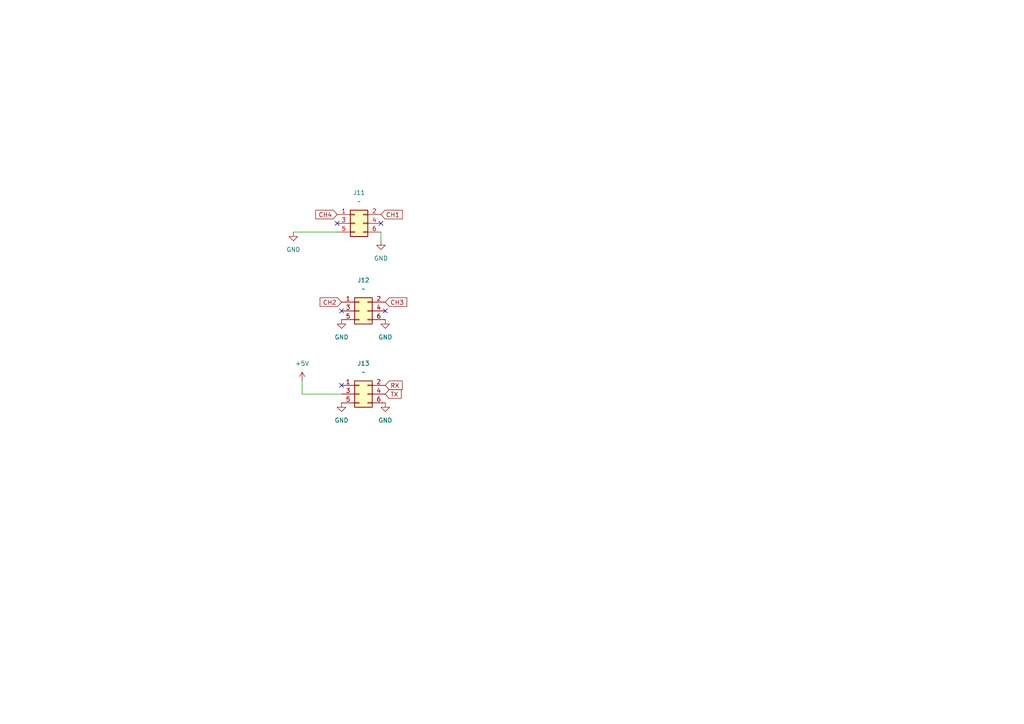
<source format=kicad_sch>
(kicad_sch (version 20211123) (generator eeschema)
  (paper "A4")
  (lib_symbols
    (symbol "Userlibrary:Conn_02x03_Row_Letter_First" (pin_names (offset 1.016) hide)
      (property "Reference" "J" (at 1.27 5.08 0))
      (property "Value" "Conn_02x03_Row_Letter_First" (at 1.27 -5.08 0))
      (symbol "Conn_02x03_Row_Letter_First_1_1"
        (rectangle (start -1.27 -2.413) (end 0 -2.667) (stroke (width 0.1524)))
        (rectangle (start -1.27 0.127) (end 0 -0.127) (stroke (width 0.1524)))
        (rectangle (start -1.27 2.667) (end 0 2.413) (stroke (width 0.1524)))
        (rectangle (start -1.27 3.81) (end 3.81 -3.81) (stroke (width 0.254)) (fill (type background)))
        (rectangle (start 3.81 -2.413) (end 2.54 -2.667) (stroke (width 0.1524)))
        (rectangle (start 3.81 0.127) (end 2.54 -0.127) (stroke (width 0.1524)))
        (rectangle (start 3.81 2.667) (end 2.54 2.413) (stroke (width 0.1524)))
        (pin passive line (at -5.08 2.54 0) (length 3.81) (name "Pin_a1") (number "1"))
        (pin passive line (at 7.62 2.54 180) (length 3.81) (name "b1") (number "2"))
        (pin passive line (at -5.08 0 0) (length 3.81) (name "Pin_a2") (number "3"))
        (pin passive line (at 7.62 0 180) (length 3.81) (name "Pin_b2") (number "4"))
        (pin passive line (at -5.08 -2.54 0) (length 3.81) (name "Pin_a3") (number "5"))
        (pin passive line (at 7.62 -2.54 180) (length 3.81) (name "Pin_b3") (number "6"))
      )
    )
    (symbol "power:+5V" (power) (pin_names (offset 0))
      (property "Value" "+5V" (at 0 3.556 0))
      (symbol "+5V_0_1"
        (polyline (pts (xy -0.762 1.27) (xy 0 2.54)))
        (polyline (pts (xy 0 0) (xy 0 2.54)))
        (polyline (pts (xy 0 2.54) (xy 0.762 1.27)))
      )
      (symbol "+5V_1_1"
        (pin power_in line (at 0 0 90) (length 0) hide (name "+5V") (number "1"))
      )
    )
    (symbol "power:GND" (power) (pin_names (offset 0))
      (property "Value" "GND" (at 0 -3.81 0))
      (symbol "GND_0_1"
        (polyline (pts (xy 0 0) (xy 0 -1.27) (xy 1.27 -1.27) (xy 0 -2.54) (xy -1.27 -1.27) (xy 0 -1.27)))
      )
      (symbol "GND_1_1"
        (pin power_in line (at 0 0 270) (length 0) hide (name "GND") (number "1"))
      )
    )
  )
  (no_connect (at 99.06 90.17))
  (no_connect (at 99.06 111.76))
  (no_connect (at 97.79 64.77))
  (no_connect (at 111.76 90.17))
  (no_connect (at 110.49 64.77))
  (wire (pts (xy 99.06 114.3) (xy 87.63 114.3)))
  (wire (pts (xy 85.09 67.31) (xy 97.79 67.31)))
  (wire (pts (xy 87.63 114.3) (xy 87.63 110.49)))
  (wire (pts (xy 110.49 69.85) (xy 110.49 67.31)))
  (global_label "RX" (shape input) (at 111.76 111.76 0) (property "Intersheet References" "${INTERSHEET_REFS}" (effects hide)))
  (global_label "TX" (shape input) (at 111.76 114.3 0) (property "Intersheet References" "${INTERSHEET_REFS}" (effects hide)))
  (global_label "CH2" (shape input) (at 99.06 87.63 180) (property "Intersheet References" "${INTERSHEET_REFS}" (effects hide)))
  (global_label "CH1" (shape input) (at 110.49 62.23 0) (property "Intersheet References" "${INTERSHEET_REFS}" (effects hide)))
  (global_label "CH4" (shape input) (at 97.79 62.23 180) (property "Intersheet References" "${INTERSHEET_REFS}" (effects hide)))
  (global_label "CH3" (shape input) (at 111.76 87.63 0) (property "Intersheet References" "${INTERSHEET_REFS}" (effects hide)))
  (symbol (lib_id "power:GND") (at 110.49 69.85 0) (unit 1)
    (property "Reference" "#PWR0138" (effects hide))
    (property "Value" "GND" (at 110.49 74.93 0))
  )
  (symbol (lib_id "power:+5V") (at 87.63 110.49 0) (unit 1)
    (property "Reference" "#PWR0117" (effects hide))
    (property "Value" "+5V" (at 87.63 105.41 0))
  )
  (symbol (lib_id "power:GND") (at 99.06 116.84 0) (unit 1)
    (property "Reference" "#PWR0133" (effects hide))
    (property "Value" "GND" (at 99.06 121.92 0))
  )
  (symbol (lib_id "power:GND") (at 111.76 92.71 0) (unit 1)
    (property "Reference" "#PWR0135" (effects hide))
    (property "Value" "GND" (at 111.76 97.79 0))
  )
  (symbol (lib_id "power:GND") (at 111.76 116.84 0) (unit 1)
    (property "Reference" "#PWR0132" (effects hide))
    (property "Value" "GND" (at 111.76 121.92 0))
  )
  (symbol (lib_id "Userlibrary:Conn_02x03_Row_Letter_First") (at 102.87 64.77 0) (unit 1)
    (property "Reference" "J11" (at 104.14 55.88 0))
    (property "Value" "~" (at 104.14 58.42 0))
    (property "Footprint" "UserLibrary:PinHeader_2x03_P2.54mm_Vertical" (effects hide))
  )
  (symbol (lib_id "Userlibrary:Conn_02x03_Row_Letter_First") (at 104.14 90.17 0) (unit 1)
    (property "Reference" "J12" (at 105.41 81.28 0))
    (property "Value" "~" (at 105.41 83.82 0))
    (property "Footprint" "UserLibrary:PinHeader_2x03_P2.54mm_Vertical" (effects hide))
  )
  (symbol (lib_id "Userlibrary:Conn_02x03_Row_Letter_First") (at 104.14 114.3 0) (unit 1)
    (property "Reference" "J13" (at 105.41 105.41 0))
    (property "Value" "~" (at 105.41 107.95 0))
    (property "Footprint" "UserLibrary:PinHeader_2x03_P2.54mm_Vertical" (effects hide))
  )
  (symbol (lib_id "power:GND") (at 99.06 92.71 0) (unit 1)
    (property "Reference" "#PWR0134" (effects hide))
    (property "Value" "GND" (at 99.06 97.79 0))
  )
  (symbol (lib_id "power:GND") (at 85.09 67.31 0) (unit 1)
    (property "Reference" "#PWR0137" (effects hide))
    (property "Value" "GND" (at 85.09 72.39 0))
  )
)
</source>
